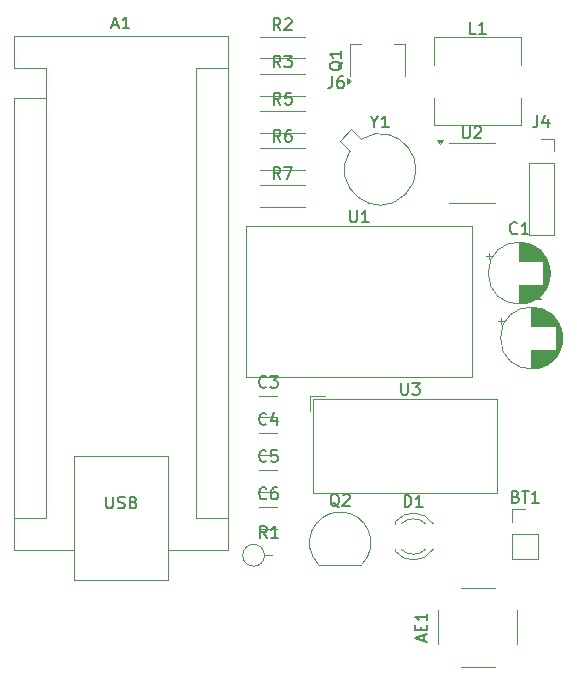
<source format=gbr>
%TF.GenerationSoftware,KiCad,Pcbnew,9.0.4*%
%TF.CreationDate,2026-01-27T05:13:48+01:00*%
%TF.ProjectId,weather station,77656174-6865-4722-9073-746174696f6e,rev?*%
%TF.SameCoordinates,Original*%
%TF.FileFunction,Legend,Top*%
%TF.FilePolarity,Positive*%
%FSLAX46Y46*%
G04 Gerber Fmt 4.6, Leading zero omitted, Abs format (unit mm)*
G04 Created by KiCad (PCBNEW 9.0.4) date 2026-01-27 05:13:48*
%MOMM*%
%LPD*%
G01*
G04 APERTURE LIST*
%ADD10C,0.150000*%
%ADD11C,0.120000*%
G04 APERTURE END LIST*
D10*
X81603333Y-60909580D02*
X81555714Y-60957200D01*
X81555714Y-60957200D02*
X81412857Y-61004819D01*
X81412857Y-61004819D02*
X81317619Y-61004819D01*
X81317619Y-61004819D02*
X81174762Y-60957200D01*
X81174762Y-60957200D02*
X81079524Y-60861961D01*
X81079524Y-60861961D02*
X81031905Y-60766723D01*
X81031905Y-60766723D02*
X80984286Y-60576247D01*
X80984286Y-60576247D02*
X80984286Y-60433390D01*
X80984286Y-60433390D02*
X81031905Y-60242914D01*
X81031905Y-60242914D02*
X81079524Y-60147676D01*
X81079524Y-60147676D02*
X81174762Y-60052438D01*
X81174762Y-60052438D02*
X81317619Y-60004819D01*
X81317619Y-60004819D02*
X81412857Y-60004819D01*
X81412857Y-60004819D02*
X81555714Y-60052438D01*
X81555714Y-60052438D02*
X81603333Y-60100057D01*
X82508095Y-60004819D02*
X82031905Y-60004819D01*
X82031905Y-60004819D02*
X81984286Y-60481009D01*
X81984286Y-60481009D02*
X82031905Y-60433390D01*
X82031905Y-60433390D02*
X82127143Y-60385771D01*
X82127143Y-60385771D02*
X82365238Y-60385771D01*
X82365238Y-60385771D02*
X82460476Y-60433390D01*
X82460476Y-60433390D02*
X82508095Y-60481009D01*
X82508095Y-60481009D02*
X82555714Y-60576247D01*
X82555714Y-60576247D02*
X82555714Y-60814342D01*
X82555714Y-60814342D02*
X82508095Y-60909580D01*
X82508095Y-60909580D02*
X82460476Y-60957200D01*
X82460476Y-60957200D02*
X82365238Y-61004819D01*
X82365238Y-61004819D02*
X82127143Y-61004819D01*
X82127143Y-61004819D02*
X82031905Y-60957200D01*
X82031905Y-60957200D02*
X81984286Y-60909580D01*
X82793333Y-37034819D02*
X82460000Y-36558628D01*
X82221905Y-37034819D02*
X82221905Y-36034819D01*
X82221905Y-36034819D02*
X82602857Y-36034819D01*
X82602857Y-36034819D02*
X82698095Y-36082438D01*
X82698095Y-36082438D02*
X82745714Y-36130057D01*
X82745714Y-36130057D02*
X82793333Y-36225295D01*
X82793333Y-36225295D02*
X82793333Y-36368152D01*
X82793333Y-36368152D02*
X82745714Y-36463390D01*
X82745714Y-36463390D02*
X82698095Y-36511009D01*
X82698095Y-36511009D02*
X82602857Y-36558628D01*
X82602857Y-36558628D02*
X82221905Y-36558628D01*
X83126667Y-36034819D02*
X83793333Y-36034819D01*
X83793333Y-36034819D02*
X83364762Y-37034819D01*
X98228095Y-32584819D02*
X98228095Y-33394342D01*
X98228095Y-33394342D02*
X98275714Y-33489580D01*
X98275714Y-33489580D02*
X98323333Y-33537200D01*
X98323333Y-33537200D02*
X98418571Y-33584819D01*
X98418571Y-33584819D02*
X98609047Y-33584819D01*
X98609047Y-33584819D02*
X98704285Y-33537200D01*
X98704285Y-33537200D02*
X98751904Y-33489580D01*
X98751904Y-33489580D02*
X98799523Y-33394342D01*
X98799523Y-33394342D02*
X98799523Y-32584819D01*
X99228095Y-32680057D02*
X99275714Y-32632438D01*
X99275714Y-32632438D02*
X99370952Y-32584819D01*
X99370952Y-32584819D02*
X99609047Y-32584819D01*
X99609047Y-32584819D02*
X99704285Y-32632438D01*
X99704285Y-32632438D02*
X99751904Y-32680057D01*
X99751904Y-32680057D02*
X99799523Y-32775295D01*
X99799523Y-32775295D02*
X99799523Y-32870533D01*
X99799523Y-32870533D02*
X99751904Y-33013390D01*
X99751904Y-33013390D02*
X99180476Y-33584819D01*
X99180476Y-33584819D02*
X99799523Y-33584819D01*
X99323333Y-24754819D02*
X98847143Y-24754819D01*
X98847143Y-24754819D02*
X98847143Y-23754819D01*
X100180476Y-24754819D02*
X99609048Y-24754819D01*
X99894762Y-24754819D02*
X99894762Y-23754819D01*
X99894762Y-23754819D02*
X99799524Y-23897676D01*
X99799524Y-23897676D02*
X99704286Y-23992914D01*
X99704286Y-23992914D02*
X99609048Y-24040533D01*
X88050057Y-27095238D02*
X88002438Y-27190476D01*
X88002438Y-27190476D02*
X87907200Y-27285714D01*
X87907200Y-27285714D02*
X87764342Y-27428571D01*
X87764342Y-27428571D02*
X87716723Y-27523809D01*
X87716723Y-27523809D02*
X87716723Y-27619047D01*
X87954819Y-27571428D02*
X87907200Y-27666666D01*
X87907200Y-27666666D02*
X87811961Y-27761904D01*
X87811961Y-27761904D02*
X87621485Y-27809523D01*
X87621485Y-27809523D02*
X87288152Y-27809523D01*
X87288152Y-27809523D02*
X87097676Y-27761904D01*
X87097676Y-27761904D02*
X87002438Y-27666666D01*
X87002438Y-27666666D02*
X86954819Y-27571428D01*
X86954819Y-27571428D02*
X86954819Y-27380952D01*
X86954819Y-27380952D02*
X87002438Y-27285714D01*
X87002438Y-27285714D02*
X87097676Y-27190476D01*
X87097676Y-27190476D02*
X87288152Y-27142857D01*
X87288152Y-27142857D02*
X87621485Y-27142857D01*
X87621485Y-27142857D02*
X87811961Y-27190476D01*
X87811961Y-27190476D02*
X87907200Y-27285714D01*
X87907200Y-27285714D02*
X87954819Y-27380952D01*
X87954819Y-27380952D02*
X87954819Y-27571428D01*
X87954819Y-26190476D02*
X87954819Y-26761904D01*
X87954819Y-26476190D02*
X86954819Y-26476190D01*
X86954819Y-26476190D02*
X87097676Y-26571428D01*
X87097676Y-26571428D02*
X87192914Y-26666666D01*
X87192914Y-26666666D02*
X87240533Y-26761904D01*
X102714285Y-63921009D02*
X102857142Y-63968628D01*
X102857142Y-63968628D02*
X102904761Y-64016247D01*
X102904761Y-64016247D02*
X102952380Y-64111485D01*
X102952380Y-64111485D02*
X102952380Y-64254342D01*
X102952380Y-64254342D02*
X102904761Y-64349580D01*
X102904761Y-64349580D02*
X102857142Y-64397200D01*
X102857142Y-64397200D02*
X102761904Y-64444819D01*
X102761904Y-64444819D02*
X102380952Y-64444819D01*
X102380952Y-64444819D02*
X102380952Y-63444819D01*
X102380952Y-63444819D02*
X102714285Y-63444819D01*
X102714285Y-63444819D02*
X102809523Y-63492438D01*
X102809523Y-63492438D02*
X102857142Y-63540057D01*
X102857142Y-63540057D02*
X102904761Y-63635295D01*
X102904761Y-63635295D02*
X102904761Y-63730533D01*
X102904761Y-63730533D02*
X102857142Y-63825771D01*
X102857142Y-63825771D02*
X102809523Y-63873390D01*
X102809523Y-63873390D02*
X102714285Y-63921009D01*
X102714285Y-63921009D02*
X102380952Y-63921009D01*
X103238095Y-63444819D02*
X103809523Y-63444819D01*
X103523809Y-64444819D02*
X103523809Y-63444819D01*
X104666666Y-64444819D02*
X104095238Y-64444819D01*
X104380952Y-64444819D02*
X104380952Y-63444819D01*
X104380952Y-63444819D02*
X104285714Y-63587676D01*
X104285714Y-63587676D02*
X104190476Y-63682914D01*
X104190476Y-63682914D02*
X104095238Y-63730533D01*
X82793333Y-24434819D02*
X82460000Y-23958628D01*
X82221905Y-24434819D02*
X82221905Y-23434819D01*
X82221905Y-23434819D02*
X82602857Y-23434819D01*
X82602857Y-23434819D02*
X82698095Y-23482438D01*
X82698095Y-23482438D02*
X82745714Y-23530057D01*
X82745714Y-23530057D02*
X82793333Y-23625295D01*
X82793333Y-23625295D02*
X82793333Y-23768152D01*
X82793333Y-23768152D02*
X82745714Y-23863390D01*
X82745714Y-23863390D02*
X82698095Y-23911009D01*
X82698095Y-23911009D02*
X82602857Y-23958628D01*
X82602857Y-23958628D02*
X82221905Y-23958628D01*
X83174286Y-23530057D02*
X83221905Y-23482438D01*
X83221905Y-23482438D02*
X83317143Y-23434819D01*
X83317143Y-23434819D02*
X83555238Y-23434819D01*
X83555238Y-23434819D02*
X83650476Y-23482438D01*
X83650476Y-23482438D02*
X83698095Y-23530057D01*
X83698095Y-23530057D02*
X83745714Y-23625295D01*
X83745714Y-23625295D02*
X83745714Y-23720533D01*
X83745714Y-23720533D02*
X83698095Y-23863390D01*
X83698095Y-23863390D02*
X83126667Y-24434819D01*
X83126667Y-24434819D02*
X83745714Y-24434819D01*
X87754761Y-64820057D02*
X87659523Y-64772438D01*
X87659523Y-64772438D02*
X87564285Y-64677200D01*
X87564285Y-64677200D02*
X87421428Y-64534342D01*
X87421428Y-64534342D02*
X87326190Y-64486723D01*
X87326190Y-64486723D02*
X87230952Y-64486723D01*
X87278571Y-64724819D02*
X87183333Y-64677200D01*
X87183333Y-64677200D02*
X87088095Y-64581961D01*
X87088095Y-64581961D02*
X87040476Y-64391485D01*
X87040476Y-64391485D02*
X87040476Y-64058152D01*
X87040476Y-64058152D02*
X87088095Y-63867676D01*
X87088095Y-63867676D02*
X87183333Y-63772438D01*
X87183333Y-63772438D02*
X87278571Y-63724819D01*
X87278571Y-63724819D02*
X87469047Y-63724819D01*
X87469047Y-63724819D02*
X87564285Y-63772438D01*
X87564285Y-63772438D02*
X87659523Y-63867676D01*
X87659523Y-63867676D02*
X87707142Y-64058152D01*
X87707142Y-64058152D02*
X87707142Y-64391485D01*
X87707142Y-64391485D02*
X87659523Y-64581961D01*
X87659523Y-64581961D02*
X87564285Y-64677200D01*
X87564285Y-64677200D02*
X87469047Y-64724819D01*
X87469047Y-64724819D02*
X87278571Y-64724819D01*
X88088095Y-63820057D02*
X88135714Y-63772438D01*
X88135714Y-63772438D02*
X88230952Y-63724819D01*
X88230952Y-63724819D02*
X88469047Y-63724819D01*
X88469047Y-63724819D02*
X88564285Y-63772438D01*
X88564285Y-63772438D02*
X88611904Y-63820057D01*
X88611904Y-63820057D02*
X88659523Y-63915295D01*
X88659523Y-63915295D02*
X88659523Y-64010533D01*
X88659523Y-64010533D02*
X88611904Y-64153390D01*
X88611904Y-64153390D02*
X88040476Y-64724819D01*
X88040476Y-64724819D02*
X88659523Y-64724819D01*
X82793333Y-30734819D02*
X82460000Y-30258628D01*
X82221905Y-30734819D02*
X82221905Y-29734819D01*
X82221905Y-29734819D02*
X82602857Y-29734819D01*
X82602857Y-29734819D02*
X82698095Y-29782438D01*
X82698095Y-29782438D02*
X82745714Y-29830057D01*
X82745714Y-29830057D02*
X82793333Y-29925295D01*
X82793333Y-29925295D02*
X82793333Y-30068152D01*
X82793333Y-30068152D02*
X82745714Y-30163390D01*
X82745714Y-30163390D02*
X82698095Y-30211009D01*
X82698095Y-30211009D02*
X82602857Y-30258628D01*
X82602857Y-30258628D02*
X82221905Y-30258628D01*
X83698095Y-29734819D02*
X83221905Y-29734819D01*
X83221905Y-29734819D02*
X83174286Y-30211009D01*
X83174286Y-30211009D02*
X83221905Y-30163390D01*
X83221905Y-30163390D02*
X83317143Y-30115771D01*
X83317143Y-30115771D02*
X83555238Y-30115771D01*
X83555238Y-30115771D02*
X83650476Y-30163390D01*
X83650476Y-30163390D02*
X83698095Y-30211009D01*
X83698095Y-30211009D02*
X83745714Y-30306247D01*
X83745714Y-30306247D02*
X83745714Y-30544342D01*
X83745714Y-30544342D02*
X83698095Y-30639580D01*
X83698095Y-30639580D02*
X83650476Y-30687200D01*
X83650476Y-30687200D02*
X83555238Y-30734819D01*
X83555238Y-30734819D02*
X83317143Y-30734819D01*
X83317143Y-30734819D02*
X83221905Y-30687200D01*
X83221905Y-30687200D02*
X83174286Y-30639580D01*
X81603333Y-57759580D02*
X81555714Y-57807200D01*
X81555714Y-57807200D02*
X81412857Y-57854819D01*
X81412857Y-57854819D02*
X81317619Y-57854819D01*
X81317619Y-57854819D02*
X81174762Y-57807200D01*
X81174762Y-57807200D02*
X81079524Y-57711961D01*
X81079524Y-57711961D02*
X81031905Y-57616723D01*
X81031905Y-57616723D02*
X80984286Y-57426247D01*
X80984286Y-57426247D02*
X80984286Y-57283390D01*
X80984286Y-57283390D02*
X81031905Y-57092914D01*
X81031905Y-57092914D02*
X81079524Y-56997676D01*
X81079524Y-56997676D02*
X81174762Y-56902438D01*
X81174762Y-56902438D02*
X81317619Y-56854819D01*
X81317619Y-56854819D02*
X81412857Y-56854819D01*
X81412857Y-56854819D02*
X81555714Y-56902438D01*
X81555714Y-56902438D02*
X81603333Y-56950057D01*
X82460476Y-57188152D02*
X82460476Y-57854819D01*
X82222381Y-56807200D02*
X81984286Y-57521485D01*
X81984286Y-57521485D02*
X82603333Y-57521485D01*
X68575714Y-23999104D02*
X69051904Y-23999104D01*
X68480476Y-24284819D02*
X68813809Y-23284819D01*
X68813809Y-23284819D02*
X69147142Y-24284819D01*
X70004285Y-24284819D02*
X69432857Y-24284819D01*
X69718571Y-24284819D02*
X69718571Y-23284819D01*
X69718571Y-23284819D02*
X69623333Y-23427676D01*
X69623333Y-23427676D02*
X69528095Y-23522914D01*
X69528095Y-23522914D02*
X69432857Y-23570533D01*
X68028095Y-63924819D02*
X68028095Y-64734342D01*
X68028095Y-64734342D02*
X68075714Y-64829580D01*
X68075714Y-64829580D02*
X68123333Y-64877200D01*
X68123333Y-64877200D02*
X68218571Y-64924819D01*
X68218571Y-64924819D02*
X68409047Y-64924819D01*
X68409047Y-64924819D02*
X68504285Y-64877200D01*
X68504285Y-64877200D02*
X68551904Y-64829580D01*
X68551904Y-64829580D02*
X68599523Y-64734342D01*
X68599523Y-64734342D02*
X68599523Y-63924819D01*
X69028095Y-64877200D02*
X69170952Y-64924819D01*
X69170952Y-64924819D02*
X69409047Y-64924819D01*
X69409047Y-64924819D02*
X69504285Y-64877200D01*
X69504285Y-64877200D02*
X69551904Y-64829580D01*
X69551904Y-64829580D02*
X69599523Y-64734342D01*
X69599523Y-64734342D02*
X69599523Y-64639104D01*
X69599523Y-64639104D02*
X69551904Y-64543866D01*
X69551904Y-64543866D02*
X69504285Y-64496247D01*
X69504285Y-64496247D02*
X69409047Y-64448628D01*
X69409047Y-64448628D02*
X69218571Y-64401009D01*
X69218571Y-64401009D02*
X69123333Y-64353390D01*
X69123333Y-64353390D02*
X69075714Y-64305771D01*
X69075714Y-64305771D02*
X69028095Y-64210533D01*
X69028095Y-64210533D02*
X69028095Y-64115295D01*
X69028095Y-64115295D02*
X69075714Y-64020057D01*
X69075714Y-64020057D02*
X69123333Y-63972438D01*
X69123333Y-63972438D02*
X69218571Y-63924819D01*
X69218571Y-63924819D02*
X69456666Y-63924819D01*
X69456666Y-63924819D02*
X69599523Y-63972438D01*
X70361428Y-64401009D02*
X70504285Y-64448628D01*
X70504285Y-64448628D02*
X70551904Y-64496247D01*
X70551904Y-64496247D02*
X70599523Y-64591485D01*
X70599523Y-64591485D02*
X70599523Y-64734342D01*
X70599523Y-64734342D02*
X70551904Y-64829580D01*
X70551904Y-64829580D02*
X70504285Y-64877200D01*
X70504285Y-64877200D02*
X70409047Y-64924819D01*
X70409047Y-64924819D02*
X70028095Y-64924819D01*
X70028095Y-64924819D02*
X70028095Y-63924819D01*
X70028095Y-63924819D02*
X70361428Y-63924819D01*
X70361428Y-63924819D02*
X70456666Y-63972438D01*
X70456666Y-63972438D02*
X70504285Y-64020057D01*
X70504285Y-64020057D02*
X70551904Y-64115295D01*
X70551904Y-64115295D02*
X70551904Y-64210533D01*
X70551904Y-64210533D02*
X70504285Y-64305771D01*
X70504285Y-64305771D02*
X70456666Y-64353390D01*
X70456666Y-64353390D02*
X70361428Y-64401009D01*
X70361428Y-64401009D02*
X70028095Y-64401009D01*
X90753809Y-32190589D02*
X90753809Y-32666780D01*
X90420476Y-31666780D02*
X90753809Y-32190589D01*
X90753809Y-32190589D02*
X91087142Y-31666780D01*
X91944285Y-32666780D02*
X91372857Y-32666780D01*
X91658571Y-32666780D02*
X91658571Y-31666780D01*
X91658571Y-31666780D02*
X91563333Y-31809637D01*
X91563333Y-31809637D02*
X91468095Y-31904875D01*
X91468095Y-31904875D02*
X91372857Y-31952494D01*
X82793333Y-33884819D02*
X82460000Y-33408628D01*
X82221905Y-33884819D02*
X82221905Y-32884819D01*
X82221905Y-32884819D02*
X82602857Y-32884819D01*
X82602857Y-32884819D02*
X82698095Y-32932438D01*
X82698095Y-32932438D02*
X82745714Y-32980057D01*
X82745714Y-32980057D02*
X82793333Y-33075295D01*
X82793333Y-33075295D02*
X82793333Y-33218152D01*
X82793333Y-33218152D02*
X82745714Y-33313390D01*
X82745714Y-33313390D02*
X82698095Y-33361009D01*
X82698095Y-33361009D02*
X82602857Y-33408628D01*
X82602857Y-33408628D02*
X82221905Y-33408628D01*
X83650476Y-32884819D02*
X83460000Y-32884819D01*
X83460000Y-32884819D02*
X83364762Y-32932438D01*
X83364762Y-32932438D02*
X83317143Y-32980057D01*
X83317143Y-32980057D02*
X83221905Y-33122914D01*
X83221905Y-33122914D02*
X83174286Y-33313390D01*
X83174286Y-33313390D02*
X83174286Y-33694342D01*
X83174286Y-33694342D02*
X83221905Y-33789580D01*
X83221905Y-33789580D02*
X83269524Y-33837200D01*
X83269524Y-33837200D02*
X83364762Y-33884819D01*
X83364762Y-33884819D02*
X83555238Y-33884819D01*
X83555238Y-33884819D02*
X83650476Y-33837200D01*
X83650476Y-33837200D02*
X83698095Y-33789580D01*
X83698095Y-33789580D02*
X83745714Y-33694342D01*
X83745714Y-33694342D02*
X83745714Y-33456247D01*
X83745714Y-33456247D02*
X83698095Y-33361009D01*
X83698095Y-33361009D02*
X83650476Y-33313390D01*
X83650476Y-33313390D02*
X83555238Y-33265771D01*
X83555238Y-33265771D02*
X83364762Y-33265771D01*
X83364762Y-33265771D02*
X83269524Y-33313390D01*
X83269524Y-33313390D02*
X83221905Y-33361009D01*
X83221905Y-33361009D02*
X83174286Y-33456247D01*
X81623333Y-67434819D02*
X81290000Y-66958628D01*
X81051905Y-67434819D02*
X81051905Y-66434819D01*
X81051905Y-66434819D02*
X81432857Y-66434819D01*
X81432857Y-66434819D02*
X81528095Y-66482438D01*
X81528095Y-66482438D02*
X81575714Y-66530057D01*
X81575714Y-66530057D02*
X81623333Y-66625295D01*
X81623333Y-66625295D02*
X81623333Y-66768152D01*
X81623333Y-66768152D02*
X81575714Y-66863390D01*
X81575714Y-66863390D02*
X81528095Y-66911009D01*
X81528095Y-66911009D02*
X81432857Y-66958628D01*
X81432857Y-66958628D02*
X81051905Y-66958628D01*
X82575714Y-67434819D02*
X82004286Y-67434819D01*
X82290000Y-67434819D02*
X82290000Y-66434819D01*
X82290000Y-66434819D02*
X82194762Y-66577676D01*
X82194762Y-66577676D02*
X82099524Y-66672914D01*
X82099524Y-66672914D02*
X82004286Y-66720533D01*
X82793333Y-27584819D02*
X82460000Y-27108628D01*
X82221905Y-27584819D02*
X82221905Y-26584819D01*
X82221905Y-26584819D02*
X82602857Y-26584819D01*
X82602857Y-26584819D02*
X82698095Y-26632438D01*
X82698095Y-26632438D02*
X82745714Y-26680057D01*
X82745714Y-26680057D02*
X82793333Y-26775295D01*
X82793333Y-26775295D02*
X82793333Y-26918152D01*
X82793333Y-26918152D02*
X82745714Y-27013390D01*
X82745714Y-27013390D02*
X82698095Y-27061009D01*
X82698095Y-27061009D02*
X82602857Y-27108628D01*
X82602857Y-27108628D02*
X82221905Y-27108628D01*
X83126667Y-26584819D02*
X83745714Y-26584819D01*
X83745714Y-26584819D02*
X83412381Y-26965771D01*
X83412381Y-26965771D02*
X83555238Y-26965771D01*
X83555238Y-26965771D02*
X83650476Y-27013390D01*
X83650476Y-27013390D02*
X83698095Y-27061009D01*
X83698095Y-27061009D02*
X83745714Y-27156247D01*
X83745714Y-27156247D02*
X83745714Y-27394342D01*
X83745714Y-27394342D02*
X83698095Y-27489580D01*
X83698095Y-27489580D02*
X83650476Y-27537200D01*
X83650476Y-27537200D02*
X83555238Y-27584819D01*
X83555238Y-27584819D02*
X83269524Y-27584819D01*
X83269524Y-27584819D02*
X83174286Y-27537200D01*
X83174286Y-27537200D02*
X83126667Y-27489580D01*
X93311905Y-64804819D02*
X93311905Y-63804819D01*
X93311905Y-63804819D02*
X93550000Y-63804819D01*
X93550000Y-63804819D02*
X93692857Y-63852438D01*
X93692857Y-63852438D02*
X93788095Y-63947676D01*
X93788095Y-63947676D02*
X93835714Y-64042914D01*
X93835714Y-64042914D02*
X93883333Y-64233390D01*
X93883333Y-64233390D02*
X93883333Y-64376247D01*
X93883333Y-64376247D02*
X93835714Y-64566723D01*
X93835714Y-64566723D02*
X93788095Y-64661961D01*
X93788095Y-64661961D02*
X93692857Y-64757200D01*
X93692857Y-64757200D02*
X93550000Y-64804819D01*
X93550000Y-64804819D02*
X93311905Y-64804819D01*
X94835714Y-64804819D02*
X94264286Y-64804819D01*
X94550000Y-64804819D02*
X94550000Y-63804819D01*
X94550000Y-63804819D02*
X94454762Y-63947676D01*
X94454762Y-63947676D02*
X94359524Y-64042914D01*
X94359524Y-64042914D02*
X94264286Y-64090533D01*
X87166666Y-28344819D02*
X87166666Y-29059104D01*
X87166666Y-29059104D02*
X87119047Y-29201961D01*
X87119047Y-29201961D02*
X87023809Y-29297200D01*
X87023809Y-29297200D02*
X86880952Y-29344819D01*
X86880952Y-29344819D02*
X86785714Y-29344819D01*
X88071428Y-28344819D02*
X87880952Y-28344819D01*
X87880952Y-28344819D02*
X87785714Y-28392438D01*
X87785714Y-28392438D02*
X87738095Y-28440057D01*
X87738095Y-28440057D02*
X87642857Y-28582914D01*
X87642857Y-28582914D02*
X87595238Y-28773390D01*
X87595238Y-28773390D02*
X87595238Y-29154342D01*
X87595238Y-29154342D02*
X87642857Y-29249580D01*
X87642857Y-29249580D02*
X87690476Y-29297200D01*
X87690476Y-29297200D02*
X87785714Y-29344819D01*
X87785714Y-29344819D02*
X87976190Y-29344819D01*
X87976190Y-29344819D02*
X88071428Y-29297200D01*
X88071428Y-29297200D02*
X88119047Y-29249580D01*
X88119047Y-29249580D02*
X88166666Y-29154342D01*
X88166666Y-29154342D02*
X88166666Y-28916247D01*
X88166666Y-28916247D02*
X88119047Y-28821009D01*
X88119047Y-28821009D02*
X88071428Y-28773390D01*
X88071428Y-28773390D02*
X87976190Y-28725771D01*
X87976190Y-28725771D02*
X87785714Y-28725771D01*
X87785714Y-28725771D02*
X87690476Y-28773390D01*
X87690476Y-28773390D02*
X87642857Y-28821009D01*
X87642857Y-28821009D02*
X87595238Y-28916247D01*
X104546666Y-31654819D02*
X104546666Y-32369104D01*
X104546666Y-32369104D02*
X104499047Y-32511961D01*
X104499047Y-32511961D02*
X104403809Y-32607200D01*
X104403809Y-32607200D02*
X104260952Y-32654819D01*
X104260952Y-32654819D02*
X104165714Y-32654819D01*
X105451428Y-31988152D02*
X105451428Y-32654819D01*
X105213333Y-31607200D02*
X104975238Y-32321485D01*
X104975238Y-32321485D02*
X105594285Y-32321485D01*
X94919104Y-76166666D02*
X94919104Y-75690476D01*
X95204819Y-76261904D02*
X94204819Y-75928571D01*
X94204819Y-75928571D02*
X95204819Y-75595238D01*
X94681009Y-75261904D02*
X94681009Y-74928571D01*
X95204819Y-74785714D02*
X95204819Y-75261904D01*
X95204819Y-75261904D02*
X94204819Y-75261904D01*
X94204819Y-75261904D02*
X94204819Y-74785714D01*
X95204819Y-73833333D02*
X95204819Y-74404761D01*
X95204819Y-74119047D02*
X94204819Y-74119047D01*
X94204819Y-74119047D02*
X94347676Y-74214285D01*
X94347676Y-74214285D02*
X94442914Y-74309523D01*
X94442914Y-74309523D02*
X94490533Y-74404761D01*
X81603333Y-54609580D02*
X81555714Y-54657200D01*
X81555714Y-54657200D02*
X81412857Y-54704819D01*
X81412857Y-54704819D02*
X81317619Y-54704819D01*
X81317619Y-54704819D02*
X81174762Y-54657200D01*
X81174762Y-54657200D02*
X81079524Y-54561961D01*
X81079524Y-54561961D02*
X81031905Y-54466723D01*
X81031905Y-54466723D02*
X80984286Y-54276247D01*
X80984286Y-54276247D02*
X80984286Y-54133390D01*
X80984286Y-54133390D02*
X81031905Y-53942914D01*
X81031905Y-53942914D02*
X81079524Y-53847676D01*
X81079524Y-53847676D02*
X81174762Y-53752438D01*
X81174762Y-53752438D02*
X81317619Y-53704819D01*
X81317619Y-53704819D02*
X81412857Y-53704819D01*
X81412857Y-53704819D02*
X81555714Y-53752438D01*
X81555714Y-53752438D02*
X81603333Y-53800057D01*
X81936667Y-53704819D02*
X82555714Y-53704819D01*
X82555714Y-53704819D02*
X82222381Y-54085771D01*
X82222381Y-54085771D02*
X82365238Y-54085771D01*
X82365238Y-54085771D02*
X82460476Y-54133390D01*
X82460476Y-54133390D02*
X82508095Y-54181009D01*
X82508095Y-54181009D02*
X82555714Y-54276247D01*
X82555714Y-54276247D02*
X82555714Y-54514342D01*
X82555714Y-54514342D02*
X82508095Y-54609580D01*
X82508095Y-54609580D02*
X82460476Y-54657200D01*
X82460476Y-54657200D02*
X82365238Y-54704819D01*
X82365238Y-54704819D02*
X82079524Y-54704819D01*
X82079524Y-54704819D02*
X81984286Y-54657200D01*
X81984286Y-54657200D02*
X81936667Y-54609580D01*
X93008095Y-54304819D02*
X93008095Y-55114342D01*
X93008095Y-55114342D02*
X93055714Y-55209580D01*
X93055714Y-55209580D02*
X93103333Y-55257200D01*
X93103333Y-55257200D02*
X93198571Y-55304819D01*
X93198571Y-55304819D02*
X93389047Y-55304819D01*
X93389047Y-55304819D02*
X93484285Y-55257200D01*
X93484285Y-55257200D02*
X93531904Y-55209580D01*
X93531904Y-55209580D02*
X93579523Y-55114342D01*
X93579523Y-55114342D02*
X93579523Y-54304819D01*
X93960476Y-54304819D02*
X94579523Y-54304819D01*
X94579523Y-54304819D02*
X94246190Y-54685771D01*
X94246190Y-54685771D02*
X94389047Y-54685771D01*
X94389047Y-54685771D02*
X94484285Y-54733390D01*
X94484285Y-54733390D02*
X94531904Y-54781009D01*
X94531904Y-54781009D02*
X94579523Y-54876247D01*
X94579523Y-54876247D02*
X94579523Y-55114342D01*
X94579523Y-55114342D02*
X94531904Y-55209580D01*
X94531904Y-55209580D02*
X94484285Y-55257200D01*
X94484285Y-55257200D02*
X94389047Y-55304819D01*
X94389047Y-55304819D02*
X94103333Y-55304819D01*
X94103333Y-55304819D02*
X94008095Y-55257200D01*
X94008095Y-55257200D02*
X93960476Y-55209580D01*
X88678095Y-39694819D02*
X88678095Y-40504342D01*
X88678095Y-40504342D02*
X88725714Y-40599580D01*
X88725714Y-40599580D02*
X88773333Y-40647200D01*
X88773333Y-40647200D02*
X88868571Y-40694819D01*
X88868571Y-40694819D02*
X89059047Y-40694819D01*
X89059047Y-40694819D02*
X89154285Y-40647200D01*
X89154285Y-40647200D02*
X89201904Y-40599580D01*
X89201904Y-40599580D02*
X89249523Y-40504342D01*
X89249523Y-40504342D02*
X89249523Y-39694819D01*
X90249523Y-40694819D02*
X89678095Y-40694819D01*
X89963809Y-40694819D02*
X89963809Y-39694819D01*
X89963809Y-39694819D02*
X89868571Y-39837676D01*
X89868571Y-39837676D02*
X89773333Y-39932914D01*
X89773333Y-39932914D02*
X89678095Y-39980533D01*
X103878221Y-47109580D02*
X103830602Y-47157200D01*
X103830602Y-47157200D02*
X103687745Y-47204819D01*
X103687745Y-47204819D02*
X103592507Y-47204819D01*
X103592507Y-47204819D02*
X103449650Y-47157200D01*
X103449650Y-47157200D02*
X103354412Y-47061961D01*
X103354412Y-47061961D02*
X103306793Y-46966723D01*
X103306793Y-46966723D02*
X103259174Y-46776247D01*
X103259174Y-46776247D02*
X103259174Y-46633390D01*
X103259174Y-46633390D02*
X103306793Y-46442914D01*
X103306793Y-46442914D02*
X103354412Y-46347676D01*
X103354412Y-46347676D02*
X103449650Y-46252438D01*
X103449650Y-46252438D02*
X103592507Y-46204819D01*
X103592507Y-46204819D02*
X103687745Y-46204819D01*
X103687745Y-46204819D02*
X103830602Y-46252438D01*
X103830602Y-46252438D02*
X103878221Y-46300057D01*
X104259174Y-46300057D02*
X104306793Y-46252438D01*
X104306793Y-46252438D02*
X104402031Y-46204819D01*
X104402031Y-46204819D02*
X104640126Y-46204819D01*
X104640126Y-46204819D02*
X104735364Y-46252438D01*
X104735364Y-46252438D02*
X104782983Y-46300057D01*
X104782983Y-46300057D02*
X104830602Y-46395295D01*
X104830602Y-46395295D02*
X104830602Y-46490533D01*
X104830602Y-46490533D02*
X104782983Y-46633390D01*
X104782983Y-46633390D02*
X104211555Y-47204819D01*
X104211555Y-47204819D02*
X104830602Y-47204819D01*
X102833333Y-41609580D02*
X102785714Y-41657200D01*
X102785714Y-41657200D02*
X102642857Y-41704819D01*
X102642857Y-41704819D02*
X102547619Y-41704819D01*
X102547619Y-41704819D02*
X102404762Y-41657200D01*
X102404762Y-41657200D02*
X102309524Y-41561961D01*
X102309524Y-41561961D02*
X102261905Y-41466723D01*
X102261905Y-41466723D02*
X102214286Y-41276247D01*
X102214286Y-41276247D02*
X102214286Y-41133390D01*
X102214286Y-41133390D02*
X102261905Y-40942914D01*
X102261905Y-40942914D02*
X102309524Y-40847676D01*
X102309524Y-40847676D02*
X102404762Y-40752438D01*
X102404762Y-40752438D02*
X102547619Y-40704819D01*
X102547619Y-40704819D02*
X102642857Y-40704819D01*
X102642857Y-40704819D02*
X102785714Y-40752438D01*
X102785714Y-40752438D02*
X102833333Y-40800057D01*
X103785714Y-41704819D02*
X103214286Y-41704819D01*
X103500000Y-41704819D02*
X103500000Y-40704819D01*
X103500000Y-40704819D02*
X103404762Y-40847676D01*
X103404762Y-40847676D02*
X103309524Y-40942914D01*
X103309524Y-40942914D02*
X103214286Y-40990533D01*
X81603333Y-64059580D02*
X81555714Y-64107200D01*
X81555714Y-64107200D02*
X81412857Y-64154819D01*
X81412857Y-64154819D02*
X81317619Y-64154819D01*
X81317619Y-64154819D02*
X81174762Y-64107200D01*
X81174762Y-64107200D02*
X81079524Y-64011961D01*
X81079524Y-64011961D02*
X81031905Y-63916723D01*
X81031905Y-63916723D02*
X80984286Y-63726247D01*
X80984286Y-63726247D02*
X80984286Y-63583390D01*
X80984286Y-63583390D02*
X81031905Y-63392914D01*
X81031905Y-63392914D02*
X81079524Y-63297676D01*
X81079524Y-63297676D02*
X81174762Y-63202438D01*
X81174762Y-63202438D02*
X81317619Y-63154819D01*
X81317619Y-63154819D02*
X81412857Y-63154819D01*
X81412857Y-63154819D02*
X81555714Y-63202438D01*
X81555714Y-63202438D02*
X81603333Y-63250057D01*
X82460476Y-63154819D02*
X82270000Y-63154819D01*
X82270000Y-63154819D02*
X82174762Y-63202438D01*
X82174762Y-63202438D02*
X82127143Y-63250057D01*
X82127143Y-63250057D02*
X82031905Y-63392914D01*
X82031905Y-63392914D02*
X81984286Y-63583390D01*
X81984286Y-63583390D02*
X81984286Y-63964342D01*
X81984286Y-63964342D02*
X82031905Y-64059580D01*
X82031905Y-64059580D02*
X82079524Y-64107200D01*
X82079524Y-64107200D02*
X82174762Y-64154819D01*
X82174762Y-64154819D02*
X82365238Y-64154819D01*
X82365238Y-64154819D02*
X82460476Y-64107200D01*
X82460476Y-64107200D02*
X82508095Y-64059580D01*
X82508095Y-64059580D02*
X82555714Y-63964342D01*
X82555714Y-63964342D02*
X82555714Y-63726247D01*
X82555714Y-63726247D02*
X82508095Y-63631009D01*
X82508095Y-63631009D02*
X82460476Y-63583390D01*
X82460476Y-63583390D02*
X82365238Y-63535771D01*
X82365238Y-63535771D02*
X82174762Y-63535771D01*
X82174762Y-63535771D02*
X82079524Y-63583390D01*
X82079524Y-63583390D02*
X82031905Y-63631009D01*
X82031905Y-63631009D02*
X81984286Y-63726247D01*
D11*
%TO.C,C5*%
X81005000Y-61680000D02*
X82535000Y-61680000D01*
X82535000Y-63520000D02*
X81005000Y-63520000D01*
%TO.C,R7*%
X81040000Y-37580000D02*
X84880000Y-37580000D01*
X81040000Y-39420000D02*
X84880000Y-39420000D01*
%TO.C,U2*%
X98990000Y-33970000D02*
X97040000Y-33970000D01*
X98990000Y-33970000D02*
X100940000Y-33970000D01*
X98990000Y-39090000D02*
X97040000Y-39090000D01*
X98990000Y-39090000D02*
X100940000Y-39090000D01*
X96290000Y-34065000D02*
X96050000Y-33735000D01*
X96530000Y-33735000D01*
X96290000Y-34065000D01*
G36*
X96290000Y-34065000D02*
G01*
X96050000Y-33735000D01*
X96530000Y-33735000D01*
X96290000Y-34065000D01*
G37*
%TO.C,L1*%
X95790000Y-25050000D02*
X103190000Y-25050000D01*
X95790000Y-27350000D02*
X95790000Y-25050000D01*
X95790000Y-32450000D02*
X95790000Y-30150000D01*
X103190000Y-25050000D02*
X103190000Y-27350000D01*
X103190000Y-30150000D02*
X103190000Y-32450000D01*
X103190000Y-32450000D02*
X95790000Y-32450000D01*
%TO.C,Q1*%
X88640000Y-28220000D02*
X88640000Y-25640000D01*
X88640000Y-28360000D02*
X88640000Y-25640000D01*
X89620000Y-25640000D02*
X88640000Y-25640000D01*
X92380000Y-25640000D02*
X93360000Y-25640000D01*
X93360000Y-25640000D02*
X93360000Y-28360000D01*
X88790000Y-28770000D02*
X88460000Y-29010000D01*
X88460000Y-28530000D01*
X88790000Y-28770000D01*
G36*
X88790000Y-28770000D02*
G01*
X88460000Y-29010000D01*
X88460000Y-28530000D01*
X88790000Y-28770000D01*
G37*
%TO.C,BT1*%
X102390000Y-64990000D02*
X103500000Y-64990000D01*
X102390000Y-66100000D02*
X102390000Y-64990000D01*
X102390000Y-67100000D02*
X102390000Y-69210000D01*
X102390000Y-67100000D02*
X104610000Y-67100000D01*
X102390000Y-69210000D02*
X104610000Y-69210000D01*
X104610000Y-67100000D02*
X104610000Y-69210000D01*
%TO.C,R2*%
X81040000Y-24980000D02*
X84880000Y-24980000D01*
X81040000Y-26820000D02*
X84880000Y-26820000D01*
%TO.C,Q2*%
X86050000Y-69680000D02*
X89650000Y-69680000D01*
X86011522Y-69668478D02*
G75*
G02*
X87850000Y-65229999I1838478J1838478D01*
G01*
X87850000Y-65230000D02*
G75*
G02*
X89688478Y-69668478I0J-2600000D01*
G01*
%TO.C,R5*%
X81040000Y-31280000D02*
X84880000Y-31280000D01*
X81040000Y-33120000D02*
X84880000Y-33120000D01*
%TO.C,C4*%
X81005000Y-58530000D02*
X82535000Y-58530000D01*
X82535000Y-60370000D02*
X81005000Y-60370000D01*
%TO.C,A1*%
X60270000Y-24970000D02*
X60270000Y-27640000D01*
X60270000Y-30180000D02*
X60270000Y-68410000D01*
X60270000Y-68410000D02*
X65350000Y-68410000D01*
X62940000Y-27640000D02*
X60270000Y-27640000D01*
X62940000Y-30180000D02*
X60270000Y-30180000D01*
X62940000Y-30180000D02*
X62940000Y-27640000D01*
X62940000Y-30180000D02*
X62940000Y-65740000D01*
X62940000Y-65740000D02*
X60270000Y-65740000D01*
X65350000Y-60530000D02*
X73230000Y-60530000D01*
X65350000Y-70950000D02*
X65350000Y-60530000D01*
X73230000Y-60530000D02*
X73230000Y-70950000D01*
X73230000Y-70950000D02*
X65350000Y-70950000D01*
X75640000Y-27640000D02*
X75640000Y-65740000D01*
X75640000Y-27640000D02*
X78310000Y-27640000D01*
X75640000Y-65740000D02*
X78310000Y-65740000D01*
X78310000Y-24970000D02*
X60270000Y-24970000D01*
X78310000Y-68410000D02*
X73230000Y-68410000D01*
X78310000Y-68410000D02*
X78310000Y-24970000D01*
%TO.C,Y1*%
X87829892Y-33797660D02*
X88670382Y-34638150D01*
X88805699Y-32821853D02*
X87829892Y-33797660D01*
X89646189Y-33662343D02*
X88805699Y-32821853D01*
X89646189Y-33662343D02*
G75*
G02*
X88670382Y-34638150I1583811J-2559618D01*
G01*
%TO.C,R6*%
X81040000Y-34430000D02*
X84880000Y-34430000D01*
X81040000Y-36270000D02*
X84880000Y-36270000D01*
%TO.C,R1*%
X81440000Y-68900000D02*
X82060000Y-68900000D01*
X81440000Y-68900000D02*
G75*
G02*
X79600000Y-68900000I-920000J0D01*
G01*
X79600000Y-68900000D02*
G75*
G02*
X81440000Y-68900000I920000J0D01*
G01*
%TO.C,R3*%
X81040000Y-28130000D02*
X84880000Y-28130000D01*
X81040000Y-29970000D02*
X84880000Y-29970000D01*
%TO.C,D1*%
X92490000Y-66074000D02*
X92490000Y-66230000D01*
X92490000Y-68390000D02*
X92490000Y-68546000D01*
X92490000Y-66074484D02*
G75*
G02*
X95721437Y-66230000I1560000J-1235516D01*
G01*
X93009039Y-66230000D02*
G75*
G02*
X95090961Y-66230000I1040961J-1080000D01*
G01*
X95090961Y-68390000D02*
G75*
G02*
X93009039Y-68390000I-1040961J1080000D01*
G01*
X95721437Y-68390000D02*
G75*
G02*
X92490000Y-68545516I-1671437J1080000D01*
G01*
%TO.C,J4*%
X103820000Y-35700000D02*
X103820000Y-41760000D01*
X103820000Y-35700000D02*
X105940000Y-35700000D01*
X103820000Y-41760000D02*
X105940000Y-41760000D01*
X104880000Y-33640000D02*
X105940000Y-33640000D01*
X105940000Y-33640000D02*
X105940000Y-34700000D01*
X105940000Y-35700000D02*
X105940000Y-41760000D01*
%TO.C,AE1*%
X96145000Y-76450000D02*
X96145000Y-73550000D01*
X98050000Y-71645000D02*
X100950000Y-71645000D01*
X98050000Y-78355000D02*
X100950000Y-78355000D01*
X102855000Y-76450000D02*
X102855000Y-73550000D01*
%TO.C,C3*%
X81005000Y-55380000D02*
X82535000Y-55380000D01*
X82535000Y-57220000D02*
X81005000Y-57220000D01*
%TO.C,U3*%
X85270000Y-55400000D02*
X86540000Y-55400000D01*
X85270000Y-56670000D02*
X85270000Y-55400000D01*
X85520000Y-55650000D02*
X101120000Y-55650000D01*
X85520000Y-63650000D02*
X85520000Y-55650000D01*
X101120000Y-55650000D02*
X101120000Y-63650000D01*
X101120000Y-63650000D02*
X85520000Y-63650000D01*
%TO.C,U1*%
X79850000Y-40980000D02*
X79850000Y-53820000D01*
X79850000Y-40980000D02*
X99030000Y-40980000D01*
X79850000Y-53820000D02*
X99030000Y-53820000D01*
X99030000Y-40980000D02*
X99030000Y-53820000D01*
%TO.C,C2*%
X101240113Y-49025000D02*
X101740113Y-49025000D01*
X101490113Y-48775000D02*
X101490113Y-49275000D01*
X104044888Y-47920000D02*
X104044888Y-49460000D01*
X104044888Y-51540000D02*
X104044888Y-53080000D01*
X104084888Y-47920000D02*
X104084888Y-49460000D01*
X104084888Y-51540000D02*
X104084888Y-53080000D01*
X104124888Y-47921000D02*
X104124888Y-49460000D01*
X104124888Y-51540000D02*
X104124888Y-53079000D01*
X104164888Y-47923000D02*
X104164888Y-49460000D01*
X104164888Y-51540000D02*
X104164888Y-53077000D01*
X104204888Y-47925000D02*
X104204888Y-49460000D01*
X104204888Y-51540000D02*
X104204888Y-53075000D01*
X104244888Y-47928000D02*
X104244888Y-49460000D01*
X104244888Y-51540000D02*
X104244888Y-53072000D01*
X104284888Y-47931000D02*
X104284888Y-49460000D01*
X104284888Y-51540000D02*
X104284888Y-53069000D01*
X104324888Y-47935000D02*
X104324888Y-49460000D01*
X104324888Y-51540000D02*
X104324888Y-53065000D01*
X104364888Y-47940000D02*
X104364888Y-49460000D01*
X104364888Y-51540000D02*
X104364888Y-53060000D01*
X104404888Y-47945000D02*
X104404888Y-49460000D01*
X104404888Y-51540000D02*
X104404888Y-53055000D01*
X104444888Y-47951000D02*
X104444888Y-49460000D01*
X104444888Y-51540000D02*
X104444888Y-53049000D01*
X104484888Y-47957000D02*
X104484888Y-49460000D01*
X104484888Y-51540000D02*
X104484888Y-53043000D01*
X104524888Y-47964000D02*
X104524888Y-49460000D01*
X104524888Y-51540000D02*
X104524888Y-53036000D01*
X104564888Y-47972000D02*
X104564888Y-49460000D01*
X104564888Y-51540000D02*
X104564888Y-53028000D01*
X104604888Y-47981000D02*
X104604888Y-49460000D01*
X104604888Y-51540000D02*
X104604888Y-53019000D01*
X104644888Y-47990000D02*
X104644888Y-49460000D01*
X104644888Y-51540000D02*
X104644888Y-53010000D01*
X104684888Y-47999000D02*
X104684888Y-49460000D01*
X104684888Y-51540000D02*
X104684888Y-53001000D01*
X104724888Y-48010000D02*
X104724888Y-49460000D01*
X104724888Y-51540000D02*
X104724888Y-52990000D01*
X104764888Y-48021000D02*
X104764888Y-49460000D01*
X104764888Y-51540000D02*
X104764888Y-52979000D01*
X104804888Y-48033000D02*
X104804888Y-49460000D01*
X104804888Y-51540000D02*
X104804888Y-52967000D01*
X104844888Y-48045000D02*
X104844888Y-49460000D01*
X104844888Y-51540000D02*
X104844888Y-52955000D01*
X104884888Y-48058000D02*
X104884888Y-49460000D01*
X104884888Y-51540000D02*
X104884888Y-52942000D01*
X104924888Y-48072000D02*
X104924888Y-49460000D01*
X104924888Y-51540000D02*
X104924888Y-52928000D01*
X104964888Y-48087000D02*
X104964888Y-49460000D01*
X104964888Y-51540000D02*
X104964888Y-52913000D01*
X105004888Y-48102000D02*
X105004888Y-49460000D01*
X105004888Y-51540000D02*
X105004888Y-52898000D01*
X105044888Y-48118000D02*
X105044888Y-49460000D01*
X105044888Y-51540000D02*
X105044888Y-52882000D01*
X105084888Y-48135000D02*
X105084888Y-49460000D01*
X105084888Y-51540000D02*
X105084888Y-52865000D01*
X105124888Y-48153000D02*
X105124888Y-49460000D01*
X105124888Y-51540000D02*
X105124888Y-52847000D01*
X105164888Y-48171000D02*
X105164888Y-49460000D01*
X105164888Y-51540000D02*
X105164888Y-52829000D01*
X105204888Y-48191000D02*
X105204888Y-49460000D01*
X105204888Y-51540000D02*
X105204888Y-52809000D01*
X105244888Y-48211000D02*
X105244888Y-49460000D01*
X105244888Y-51540000D02*
X105244888Y-52789000D01*
X105284888Y-48232000D02*
X105284888Y-49460000D01*
X105284888Y-51540000D02*
X105284888Y-52768000D01*
X105324888Y-48254000D02*
X105324888Y-49460000D01*
X105324888Y-51540000D02*
X105324888Y-52746000D01*
X105364888Y-48277000D02*
X105364888Y-49460000D01*
X105364888Y-51540000D02*
X105364888Y-52723000D01*
X105404888Y-48301000D02*
X105404888Y-49460000D01*
X105404888Y-51540000D02*
X105404888Y-52699000D01*
X105444888Y-48325000D02*
X105444888Y-49460000D01*
X105444888Y-51540000D02*
X105444888Y-52675000D01*
X105484888Y-48351000D02*
X105484888Y-49460000D01*
X105484888Y-51540000D02*
X105484888Y-52649000D01*
X105524888Y-48378000D02*
X105524888Y-49460000D01*
X105524888Y-51540000D02*
X105524888Y-52622000D01*
X105564888Y-48406000D02*
X105564888Y-49460000D01*
X105564888Y-51540000D02*
X105564888Y-52594000D01*
X105604888Y-48435000D02*
X105604888Y-49460000D01*
X105604888Y-51540000D02*
X105604888Y-52565000D01*
X105644888Y-48465000D02*
X105644888Y-49460000D01*
X105644888Y-51540000D02*
X105644888Y-52535000D01*
X105684888Y-48497000D02*
X105684888Y-49460000D01*
X105684888Y-51540000D02*
X105684888Y-52503000D01*
X105724888Y-48530000D02*
X105724888Y-49460000D01*
X105724888Y-51540000D02*
X105724888Y-52470000D01*
X105764888Y-48564000D02*
X105764888Y-49460000D01*
X105764888Y-51540000D02*
X105764888Y-52436000D01*
X105804888Y-48599000D02*
X105804888Y-49460000D01*
X105804888Y-51540000D02*
X105804888Y-52401000D01*
X105844888Y-48636000D02*
X105844888Y-49460000D01*
X105844888Y-51540000D02*
X105844888Y-52364000D01*
X105884888Y-48675000D02*
X105884888Y-49460000D01*
X105884888Y-51540000D02*
X105884888Y-52325000D01*
X105924888Y-48715000D02*
X105924888Y-49460000D01*
X105924888Y-51540000D02*
X105924888Y-52285000D01*
X105964888Y-48757000D02*
X105964888Y-49460000D01*
X105964888Y-51540000D02*
X105964888Y-52243000D01*
X106004888Y-48801000D02*
X106004888Y-49460000D01*
X106004888Y-51540000D02*
X106004888Y-52199000D01*
X106044888Y-48848000D02*
X106044888Y-49460000D01*
X106044888Y-51540000D02*
X106044888Y-52152000D01*
X106084888Y-48896000D02*
X106084888Y-52104000D01*
X106124888Y-48947000D02*
X106124888Y-52053000D01*
X106164888Y-49001000D02*
X106164888Y-51999000D01*
X106204888Y-49057000D02*
X106204888Y-51943000D01*
X106244888Y-49117000D02*
X106244888Y-51883000D01*
X106284888Y-49181000D02*
X106284888Y-51819000D01*
X106324888Y-49249000D02*
X106324888Y-51751000D01*
X106364888Y-49323000D02*
X106364888Y-51677000D01*
X106404888Y-49402000D02*
X106404888Y-51598000D01*
X106444888Y-49489000D02*
X106444888Y-51511000D01*
X106484888Y-49586000D02*
X106484888Y-51414000D01*
X106524888Y-49695000D02*
X106524888Y-51305000D01*
X106564888Y-49823000D02*
X106564888Y-51177000D01*
X106604888Y-49983000D02*
X106604888Y-51017000D01*
X106644888Y-50217000D02*
X106644888Y-50783000D01*
X106664888Y-50500000D02*
G75*
G02*
X101424888Y-50500000I-2620000J0D01*
G01*
X101424888Y-50500000D02*
G75*
G02*
X106664888Y-50500000I2620000J0D01*
G01*
%TO.C,C1*%
X100195225Y-43525000D02*
X100695225Y-43525000D01*
X100445225Y-43275000D02*
X100445225Y-43775000D01*
X103000000Y-42420000D02*
X103000000Y-43960000D01*
X103000000Y-46040000D02*
X103000000Y-47580000D01*
X103040000Y-42420000D02*
X103040000Y-43960000D01*
X103040000Y-46040000D02*
X103040000Y-47580000D01*
X103080000Y-42421000D02*
X103080000Y-43960000D01*
X103080000Y-46040000D02*
X103080000Y-47579000D01*
X103120000Y-42423000D02*
X103120000Y-43960000D01*
X103120000Y-46040000D02*
X103120000Y-47577000D01*
X103160000Y-42425000D02*
X103160000Y-43960000D01*
X103160000Y-46040000D02*
X103160000Y-47575000D01*
X103200000Y-42428000D02*
X103200000Y-43960000D01*
X103200000Y-46040000D02*
X103200000Y-47572000D01*
X103240000Y-42431000D02*
X103240000Y-43960000D01*
X103240000Y-46040000D02*
X103240000Y-47569000D01*
X103280000Y-42435000D02*
X103280000Y-43960000D01*
X103280000Y-46040000D02*
X103280000Y-47565000D01*
X103320000Y-42440000D02*
X103320000Y-43960000D01*
X103320000Y-46040000D02*
X103320000Y-47560000D01*
X103360000Y-42445000D02*
X103360000Y-43960000D01*
X103360000Y-46040000D02*
X103360000Y-47555000D01*
X103400000Y-42451000D02*
X103400000Y-43960000D01*
X103400000Y-46040000D02*
X103400000Y-47549000D01*
X103440000Y-42457000D02*
X103440000Y-43960000D01*
X103440000Y-46040000D02*
X103440000Y-47543000D01*
X103480000Y-42464000D02*
X103480000Y-43960000D01*
X103480000Y-46040000D02*
X103480000Y-47536000D01*
X103520000Y-42472000D02*
X103520000Y-43960000D01*
X103520000Y-46040000D02*
X103520000Y-47528000D01*
X103560000Y-42481000D02*
X103560000Y-43960000D01*
X103560000Y-46040000D02*
X103560000Y-47519000D01*
X103600000Y-42490000D02*
X103600000Y-43960000D01*
X103600000Y-46040000D02*
X103600000Y-47510000D01*
X103640000Y-42499000D02*
X103640000Y-43960000D01*
X103640000Y-46040000D02*
X103640000Y-47501000D01*
X103680000Y-42510000D02*
X103680000Y-43960000D01*
X103680000Y-46040000D02*
X103680000Y-47490000D01*
X103720000Y-42521000D02*
X103720000Y-43960000D01*
X103720000Y-46040000D02*
X103720000Y-47479000D01*
X103760000Y-42533000D02*
X103760000Y-43960000D01*
X103760000Y-46040000D02*
X103760000Y-47467000D01*
X103800000Y-42545000D02*
X103800000Y-43960000D01*
X103800000Y-46040000D02*
X103800000Y-47455000D01*
X103840000Y-42558000D02*
X103840000Y-43960000D01*
X103840000Y-46040000D02*
X103840000Y-47442000D01*
X103880000Y-42572000D02*
X103880000Y-43960000D01*
X103880000Y-46040000D02*
X103880000Y-47428000D01*
X103920000Y-42587000D02*
X103920000Y-43960000D01*
X103920000Y-46040000D02*
X103920000Y-47413000D01*
X103960000Y-42602000D02*
X103960000Y-43960000D01*
X103960000Y-46040000D02*
X103960000Y-47398000D01*
X104000000Y-42618000D02*
X104000000Y-43960000D01*
X104000000Y-46040000D02*
X104000000Y-47382000D01*
X104040000Y-42635000D02*
X104040000Y-43960000D01*
X104040000Y-46040000D02*
X104040000Y-47365000D01*
X104080000Y-42653000D02*
X104080000Y-43960000D01*
X104080000Y-46040000D02*
X104080000Y-47347000D01*
X104120000Y-42671000D02*
X104120000Y-43960000D01*
X104120000Y-46040000D02*
X104120000Y-47329000D01*
X104160000Y-42691000D02*
X104160000Y-43960000D01*
X104160000Y-46040000D02*
X104160000Y-47309000D01*
X104200000Y-42711000D02*
X104200000Y-43960000D01*
X104200000Y-46040000D02*
X104200000Y-47289000D01*
X104240000Y-42732000D02*
X104240000Y-43960000D01*
X104240000Y-46040000D02*
X104240000Y-47268000D01*
X104280000Y-42754000D02*
X104280000Y-43960000D01*
X104280000Y-46040000D02*
X104280000Y-47246000D01*
X104320000Y-42777000D02*
X104320000Y-43960000D01*
X104320000Y-46040000D02*
X104320000Y-47223000D01*
X104360000Y-42801000D02*
X104360000Y-43960000D01*
X104360000Y-46040000D02*
X104360000Y-47199000D01*
X104400000Y-42825000D02*
X104400000Y-43960000D01*
X104400000Y-46040000D02*
X104400000Y-47175000D01*
X104440000Y-42851000D02*
X104440000Y-43960000D01*
X104440000Y-46040000D02*
X104440000Y-47149000D01*
X104480000Y-42878000D02*
X104480000Y-43960000D01*
X104480000Y-46040000D02*
X104480000Y-47122000D01*
X104520000Y-42906000D02*
X104520000Y-43960000D01*
X104520000Y-46040000D02*
X104520000Y-47094000D01*
X104560000Y-42935000D02*
X104560000Y-43960000D01*
X104560000Y-46040000D02*
X104560000Y-47065000D01*
X104600000Y-42965000D02*
X104600000Y-43960000D01*
X104600000Y-46040000D02*
X104600000Y-47035000D01*
X104640000Y-42997000D02*
X104640000Y-43960000D01*
X104640000Y-46040000D02*
X104640000Y-47003000D01*
X104680000Y-43030000D02*
X104680000Y-43960000D01*
X104680000Y-46040000D02*
X104680000Y-46970000D01*
X104720000Y-43064000D02*
X104720000Y-43960000D01*
X104720000Y-46040000D02*
X104720000Y-46936000D01*
X104760000Y-43099000D02*
X104760000Y-43960000D01*
X104760000Y-46040000D02*
X104760000Y-46901000D01*
X104800000Y-43136000D02*
X104800000Y-43960000D01*
X104800000Y-46040000D02*
X104800000Y-46864000D01*
X104840000Y-43175000D02*
X104840000Y-43960000D01*
X104840000Y-46040000D02*
X104840000Y-46825000D01*
X104880000Y-43215000D02*
X104880000Y-43960000D01*
X104880000Y-46040000D02*
X104880000Y-46785000D01*
X104920000Y-43257000D02*
X104920000Y-43960000D01*
X104920000Y-46040000D02*
X104920000Y-46743000D01*
X104960000Y-43301000D02*
X104960000Y-43960000D01*
X104960000Y-46040000D02*
X104960000Y-46699000D01*
X105000000Y-43348000D02*
X105000000Y-43960000D01*
X105000000Y-46040000D02*
X105000000Y-46652000D01*
X105040000Y-43396000D02*
X105040000Y-46604000D01*
X105080000Y-43447000D02*
X105080000Y-46553000D01*
X105120000Y-43501000D02*
X105120000Y-46499000D01*
X105160000Y-43557000D02*
X105160000Y-46443000D01*
X105200000Y-43617000D02*
X105200000Y-46383000D01*
X105240000Y-43681000D02*
X105240000Y-46319000D01*
X105280000Y-43749000D02*
X105280000Y-46251000D01*
X105320000Y-43823000D02*
X105320000Y-46177000D01*
X105360000Y-43902000D02*
X105360000Y-46098000D01*
X105400000Y-43989000D02*
X105400000Y-46011000D01*
X105440000Y-44086000D02*
X105440000Y-45914000D01*
X105480000Y-44195000D02*
X105480000Y-45805000D01*
X105520000Y-44323000D02*
X105520000Y-45677000D01*
X105560000Y-44483000D02*
X105560000Y-45517000D01*
X105600000Y-44717000D02*
X105600000Y-45283000D01*
X105620000Y-45000000D02*
G75*
G02*
X100380000Y-45000000I-2620000J0D01*
G01*
X100380000Y-45000000D02*
G75*
G02*
X105620000Y-45000000I2620000J0D01*
G01*
%TO.C,C6*%
X81005000Y-64830000D02*
X82535000Y-64830000D01*
X82535000Y-66670000D02*
X81005000Y-66670000D01*
%TD*%
M02*

</source>
